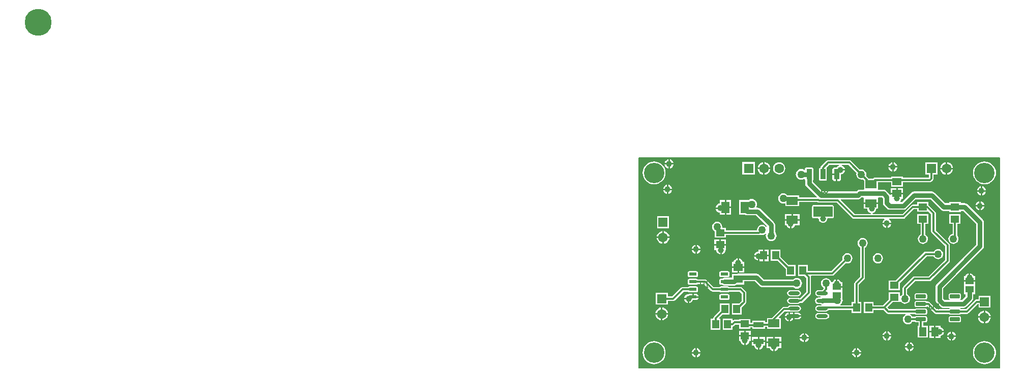
<source format=gtl>
G04 Layer_Physical_Order=1*
G04 Layer_Color=255*
%FSLAX25Y25*%
%MOIN*%
G70*
G01*
G75*
%ADD10R,0.05118X0.06102*%
%ADD11R,0.06102X0.05118*%
G04:AMPARAMS|DCode=12|XSize=25.59mil|YSize=64.96mil|CornerRadius=1.92mil|HoleSize=0mil|Usage=FLASHONLY|Rotation=90.000|XOffset=0mil|YOffset=0mil|HoleType=Round|Shape=RoundedRectangle|*
%AMROUNDEDRECTD12*
21,1,0.02559,0.06112,0,0,90.0*
21,1,0.02175,0.06496,0,0,90.0*
1,1,0.00384,0.03056,0.01088*
1,1,0.00384,0.03056,-0.01088*
1,1,0.00384,-0.03056,-0.01088*
1,1,0.00384,-0.03056,0.01088*
%
%ADD12ROUNDEDRECTD12*%
%ADD13R,0.07480X0.05315*%
%ADD14R,0.05315X0.07480*%
G04:AMPARAMS|DCode=15|XSize=21.65mil|YSize=49.21mil|CornerRadius=1.95mil|HoleSize=0mil|Usage=FLASHONLY|Rotation=90.000|XOffset=0mil|YOffset=0mil|HoleType=Round|Shape=RoundedRectangle|*
%AMROUNDEDRECTD15*
21,1,0.02165,0.04532,0,0,90.0*
21,1,0.01776,0.04921,0,0,90.0*
1,1,0.00390,0.02266,0.00888*
1,1,0.00390,0.02266,-0.00888*
1,1,0.00390,-0.02266,-0.00888*
1,1,0.00390,-0.02266,0.00888*
%
%ADD15ROUNDEDRECTD15*%
G04:AMPARAMS|DCode=16|XSize=35.43mil|YSize=68.9mil|CornerRadius=1.95mil|HoleSize=0mil|Usage=FLASHONLY|Rotation=0.000|XOffset=0mil|YOffset=0mil|HoleType=Round|Shape=RoundedRectangle|*
%AMROUNDEDRECTD16*
21,1,0.03543,0.06500,0,0,0.0*
21,1,0.03154,0.06890,0,0,0.0*
1,1,0.00390,0.01577,-0.03250*
1,1,0.00390,-0.01577,-0.03250*
1,1,0.00390,-0.01577,0.03250*
1,1,0.00390,0.01577,0.03250*
%
%ADD16ROUNDEDRECTD16*%
G04:AMPARAMS|DCode=17|XSize=125.98mil|YSize=68.9mil|CornerRadius=2.07mil|HoleSize=0mil|Usage=FLASHONLY|Rotation=0.000|XOffset=0mil|YOffset=0mil|HoleType=Round|Shape=RoundedRectangle|*
%AMROUNDEDRECTD17*
21,1,0.12598,0.06476,0,0,0.0*
21,1,0.12185,0.06890,0,0,0.0*
1,1,0.00413,0.06093,-0.03238*
1,1,0.00413,-0.06093,-0.03238*
1,1,0.00413,-0.06093,0.03238*
1,1,0.00413,0.06093,0.03238*
%
%ADD17ROUNDEDRECTD17*%
%ADD18R,0.04724X0.05709*%
%ADD19R,0.05709X0.04724*%
%ADD20R,0.05315X0.04331*%
%ADD21R,0.06693X0.03740*%
%ADD22O,0.07480X0.02362*%
%ADD23C,0.03000*%
%ADD24C,0.01400*%
%ADD25C,0.00500*%
%ADD26C,0.00591*%
%ADD27C,0.13386*%
%ADD28C,0.17716*%
%ADD29C,0.05000*%
%ADD30R,0.06299X0.06299*%
%ADD31C,0.06299*%
%ADD32R,0.06299X0.06299*%
%ADD33C,0.03937*%
G36*
X236221Y0D02*
X0D01*
Y137795D01*
X236221D01*
Y0D01*
D02*
G37*
%LPC*%
G36*
X18962Y34815D02*
X15342D01*
Y31195D01*
X15926Y31272D01*
X16935Y31690D01*
X17802Y32355D01*
X18467Y33222D01*
X18885Y34232D01*
X18962Y34815D01*
D02*
G37*
G36*
X106258Y33413D02*
X102075D01*
Y31690D01*
X104134D01*
X104985Y31859D01*
X105706Y32341D01*
X106188Y33062D01*
X106258Y33413D01*
D02*
G37*
G36*
X98925Y36235D02*
Y33307D01*
Y30379D01*
X99200Y30415D01*
X99922Y30714D01*
X100542Y31190D01*
X100926Y31690D01*
X101075D01*
Y33913D01*
Y36137D01*
X99350D01*
X99200Y36199D01*
X98925Y36235D01*
D02*
G37*
G36*
X14343Y34815D02*
X10723D01*
X10800Y34232D01*
X11218Y33222D01*
X11883Y32355D01*
X12750Y31690D01*
X13759Y31272D01*
X14343Y31195D01*
Y34815D01*
D02*
G37*
G36*
X97925Y36235D02*
X97650Y36199D01*
X96928Y35900D01*
X96308Y35424D01*
X95832Y34804D01*
X95533Y34082D01*
X95497Y33807D01*
X97925D01*
Y36235D01*
D02*
G37*
G36*
X226878Y37427D02*
Y33807D01*
X230498D01*
X230421Y34390D01*
X230003Y35400D01*
X229338Y36267D01*
X228471Y36932D01*
X227461Y37350D01*
X226878Y37427D01*
D02*
G37*
G36*
X122638Y35933D02*
X117520D01*
X116747Y35780D01*
X116091Y35342D01*
X115654Y34686D01*
X115500Y33913D01*
X115654Y33140D01*
X116091Y32485D01*
X116747Y32047D01*
X117520Y31894D01*
X122638D01*
X123411Y32047D01*
X124066Y32485D01*
X124504Y33140D01*
X124658Y33913D01*
X124504Y34686D01*
X124066Y35342D01*
X123411Y35780D01*
X122638Y35933D01*
D02*
G37*
G36*
X225878Y37427D02*
X225295Y37350D01*
X224285Y36932D01*
X223418Y36267D01*
X222753Y35400D01*
X222335Y34390D01*
X222258Y33807D01*
X225878D01*
Y37427D01*
D02*
G37*
G36*
X97925Y32807D02*
X95497D01*
X95533Y32532D01*
X95832Y31810D01*
X96308Y31190D01*
X96928Y30714D01*
X97650Y30415D01*
X97925Y30379D01*
Y32807D01*
D02*
G37*
G36*
X193398Y27673D02*
X190339D01*
Y24122D01*
X193398D01*
Y27673D01*
D02*
G37*
G36*
X59265Y42040D02*
X52940D01*
Y37387D01*
X49115Y33562D01*
X48784Y33066D01*
X48667Y32480D01*
Y32198D01*
X47035D01*
Y24889D01*
X53359D01*
Y32198D01*
X52730D01*
X52539Y32660D01*
X54611Y34732D01*
X59265D01*
Y42040D01*
D02*
G37*
G36*
X162902Y23822D02*
Y21394D01*
X165330D01*
X165294Y21669D01*
X164995Y22391D01*
X164519Y23011D01*
X163899Y23487D01*
X163177Y23786D01*
X162902Y23822D01*
D02*
G37*
G36*
X73232Y24256D02*
X69878D01*
Y21394D01*
X73232D01*
Y24256D01*
D02*
G37*
G36*
X210044Y33969D02*
X203932D01*
X203545Y33892D01*
X203217Y33673D01*
X202998Y33345D01*
X202921Y32958D01*
Y30782D01*
X202998Y30395D01*
X203217Y30067D01*
X203545Y29848D01*
X203932Y29771D01*
X210044D01*
X210431Y29848D01*
X210759Y30067D01*
X210979Y30395D01*
X211056Y30782D01*
Y32958D01*
X210979Y33345D01*
X210759Y33673D01*
X210431Y33892D01*
X210044Y33969D01*
D02*
G37*
G36*
X104134Y40933D02*
X99016D01*
X98243Y40780D01*
X97588Y40342D01*
X97321Y39943D01*
X95472D01*
X95472Y39943D01*
X94880D01*
X94295Y39826D01*
X93799Y39495D01*
X87296Y32993D01*
X87026Y32587D01*
X83838D01*
Y29872D01*
X82524D01*
Y31013D01*
X74231D01*
Y29510D01*
X73032D01*
Y31930D01*
X65724D01*
Y31360D01*
X62528D01*
X61942Y31244D01*
X61733Y31104D01*
X61233Y31371D01*
Y32198D01*
X54909D01*
Y24889D01*
X61233D01*
Y27014D01*
X61240D01*
X61825Y27130D01*
X62322Y27462D01*
X63161Y28301D01*
X65724D01*
Y25605D01*
X73032D01*
Y26451D01*
X74231D01*
Y25672D01*
X82524D01*
Y26813D01*
X83838D01*
Y25672D01*
X92918D01*
Y32587D01*
X91870D01*
X91679Y33049D01*
X95513Y36884D01*
X96323D01*
X96323Y36884D01*
X101075D01*
X101122Y36893D01*
X104134D01*
X104907Y37047D01*
X105562Y37485D01*
X106000Y38140D01*
X106154Y38913D01*
X106000Y39686D01*
X105562Y40342D01*
X104907Y40780D01*
X104134Y40933D01*
D02*
G37*
G36*
X225878Y32807D02*
X222258D01*
X222335Y32224D01*
X222753Y31214D01*
X223418Y30348D01*
X224285Y29682D01*
X225295Y29264D01*
X225878Y29188D01*
Y32807D01*
D02*
G37*
G36*
X230498D02*
X226878D01*
Y29188D01*
X227461Y29264D01*
X228471Y29682D01*
X229338Y30348D01*
X230003Y31214D01*
X230421Y32224D01*
X230498Y32807D01*
D02*
G37*
G36*
X37557Y53386D02*
X33026D01*
X32637Y53309D01*
X32308Y53089D01*
X32258Y53014D01*
X28543D01*
X27958Y52897D01*
X27462Y52566D01*
X21741Y46844D01*
X18792D01*
Y49265D01*
X10893D01*
Y41365D01*
X18792D01*
Y43786D01*
X22374D01*
X22959Y43902D01*
X23456Y44234D01*
X29177Y49955D01*
X32258D01*
X32308Y49879D01*
X32637Y49659D01*
X33026Y49582D01*
X37557D01*
X37945Y49659D01*
X38274Y49879D01*
X38494Y50208D01*
X38571Y50596D01*
Y52372D01*
X38494Y52760D01*
X38274Y53089D01*
X37945Y53309D01*
X37557Y53386D01*
D02*
G37*
G36*
X76870Y61801D02*
X64961D01*
X64101Y61630D01*
X60909D01*
Y59033D01*
X55961D01*
X54985Y58839D01*
X54613Y58590D01*
X53695D01*
X53229Y58498D01*
X52833Y58233D01*
X52569Y57838D01*
X52477Y57372D01*
Y55597D01*
X52569Y55130D01*
X52833Y54735D01*
X53229Y54471D01*
X53695Y54378D01*
X54613D01*
X54985Y54129D01*
X55961Y53935D01*
X62193D01*
X63168Y54129D01*
X63741Y54512D01*
X69012D01*
Y56703D01*
X75814D01*
X78906Y53611D01*
X79733Y53058D01*
X80709Y52864D01*
X100919D01*
X101581Y52356D01*
X102433Y52004D01*
X103347Y51883D01*
X104260Y52004D01*
X105112Y52356D01*
X105843Y52917D01*
X106404Y53648D01*
X106756Y54500D01*
X106877Y55413D01*
X106756Y56327D01*
X106404Y57178D01*
X105843Y57910D01*
X105112Y58471D01*
X104260Y58823D01*
X103347Y58944D01*
X102433Y58823D01*
X101581Y58471D01*
X100919Y57962D01*
X81765D01*
X78672Y61054D01*
X77846Y61607D01*
X76870Y61801D01*
D02*
G37*
G36*
X104134Y50933D02*
X99016D01*
X98243Y50779D01*
X97588Y50342D01*
X97150Y49686D01*
X96996Y48913D01*
X97150Y48140D01*
X97588Y47485D01*
X98243Y47047D01*
X99016Y46894D01*
X104134D01*
X104907Y47047D01*
X105562Y47485D01*
X106000Y48140D01*
X106154Y48913D01*
X106000Y49686D01*
X105562Y50342D01*
X104907Y50779D01*
X104134Y50933D01*
D02*
G37*
G36*
X37557Y48590D02*
X35791D01*
Y46984D01*
X38775D01*
Y47372D01*
X38683Y47838D01*
X38418Y48234D01*
X38023Y48498D01*
X37557Y48590D01*
D02*
G37*
G36*
X58226Y63386D02*
X53695D01*
X53307Y63309D01*
X52978Y63089D01*
X52758Y62760D01*
X52680Y62372D01*
Y60597D01*
X52758Y60208D01*
X52978Y59879D01*
X53307Y59659D01*
X53695Y59582D01*
X58226D01*
X58614Y59659D01*
X58944Y59879D01*
X59163Y60208D01*
X59241Y60597D01*
Y62372D01*
X59163Y62760D01*
X58944Y63089D01*
X58614Y63309D01*
X58226Y63386D01*
D02*
G37*
G36*
X92729Y77473D02*
X86405D01*
Y70165D01*
X91058D01*
X96247Y64976D01*
Y60322D01*
X102572D01*
Y67631D01*
X97918D01*
X92729Y72820D01*
Y77473D01*
D02*
G37*
G36*
X217035Y61983D02*
Y59055D01*
X216035D01*
Y61983D01*
X215760Y61947D01*
X215038Y61648D01*
X214418Y61172D01*
X213943Y60552D01*
X213737Y60055D01*
X212878D01*
Y57390D01*
X220193D01*
Y60055D01*
X219334D01*
X219128Y60552D01*
X218653Y61172D01*
X218033Y61648D01*
X217310Y61947D01*
X217035Y61983D01*
D02*
G37*
G36*
X37557Y63386D02*
X33026D01*
X32637Y63309D01*
X32308Y63089D01*
X32088Y62760D01*
X32011Y62372D01*
Y60597D01*
X32088Y60208D01*
X32308Y59879D01*
X32637Y59659D01*
X33026Y59582D01*
X37557D01*
X37945Y59659D01*
X38274Y59879D01*
X38494Y60208D01*
X38571Y60597D01*
Y62372D01*
X38494Y62760D01*
X38274Y63089D01*
X37945Y63309D01*
X37557Y63386D01*
D02*
G37*
G36*
X187800Y48969D02*
X181688D01*
X181301Y48892D01*
X180973Y48673D01*
X180754Y48345D01*
X180677Y47958D01*
Y45783D01*
X180754Y45395D01*
X180973Y45067D01*
X181301Y44848D01*
X181688Y44771D01*
X187800D01*
X188187Y44848D01*
X188515Y45067D01*
X188735Y45395D01*
X188812Y45783D01*
Y47958D01*
X188735Y48345D01*
X188515Y48673D01*
X188187Y48892D01*
X187800Y48969D01*
D02*
G37*
G36*
X14343Y39435D02*
X13759Y39358D01*
X12750Y38940D01*
X11883Y38274D01*
X11218Y37408D01*
X10800Y36398D01*
X10723Y35815D01*
X14343D01*
Y39435D01*
D02*
G37*
G36*
X15342D02*
Y35815D01*
X18962D01*
X18885Y36398D01*
X18467Y37408D01*
X17802Y38274D01*
X16935Y38940D01*
X15926Y39358D01*
X15342Y39435D01*
D02*
G37*
G36*
X104134Y36137D02*
X102075D01*
Y34413D01*
X106258D01*
X106188Y34764D01*
X105706Y35486D01*
X104985Y35968D01*
X104134Y36137D01*
D02*
G37*
G36*
X37557Y58386D02*
X33026D01*
X32637Y58309D01*
X32308Y58089D01*
X32088Y57760D01*
X32011Y57372D01*
Y55597D01*
X32088Y55208D01*
X32308Y54879D01*
X32637Y54659D01*
X33026Y54582D01*
X37557D01*
X37945Y54659D01*
X38274Y54879D01*
X38325Y54955D01*
X42492D01*
X47045Y50403D01*
X47541Y50071D01*
X48126Y49955D01*
X52927D01*
X52978Y49879D01*
X53307Y49659D01*
X53695Y49582D01*
X58226D01*
X58614Y49659D01*
X58944Y49879D01*
X58994Y49955D01*
X65992D01*
X67368Y48579D01*
Y43941D01*
X65468Y42040D01*
X60814D01*
Y34732D01*
X67139D01*
Y39385D01*
X69979Y42226D01*
X70311Y42722D01*
X70427Y43307D01*
Y49213D01*
X70311Y49798D01*
X69979Y50294D01*
X67707Y52566D01*
X67211Y52897D01*
X66626Y53014D01*
X58994D01*
X58944Y53089D01*
X58614Y53309D01*
X58226Y53386D01*
X53695D01*
X53307Y53309D01*
X52978Y53089D01*
X52927Y53014D01*
X48759D01*
X44207Y57566D01*
X43711Y57897D01*
X43126Y58014D01*
X38325D01*
X38274Y58089D01*
X37945Y58309D01*
X37557Y58386D01*
D02*
G37*
G36*
X34791Y48590D02*
X33026D01*
X32559Y48498D01*
X32227Y48276D01*
X31705Y48207D01*
X30983Y47908D01*
X30363Y47432D01*
X29887Y46812D01*
X29588Y46090D01*
X29552Y45815D01*
X32480D01*
Y45315D01*
X32980D01*
Y42387D01*
X33255Y42423D01*
X33977Y42722D01*
X34598Y43198D01*
X35073Y43818D01*
X35305Y44378D01*
X37557D01*
X38023Y44471D01*
X38418Y44735D01*
X38683Y45130D01*
X38775Y45597D01*
Y45984D01*
X35291D01*
Y46484D01*
X34791D01*
Y48590D01*
D02*
G37*
G36*
X58226Y48386D02*
X53695D01*
X53307Y48309D01*
X52978Y48089D01*
X52758Y47760D01*
X52680Y47372D01*
Y45597D01*
X52758Y45208D01*
X52978Y44879D01*
X53307Y44659D01*
X53695Y44582D01*
X58226D01*
X58614Y44659D01*
X58944Y44879D01*
X59163Y45208D01*
X59241Y45597D01*
Y47372D01*
X59163Y47760D01*
X58944Y48089D01*
X58614Y48309D01*
X58226Y48386D01*
D02*
G37*
G36*
X146496Y85179D02*
X145635Y85065D01*
X144832Y84733D01*
X144142Y84204D01*
X143614Y83515D01*
X143281Y82712D01*
X143168Y81850D01*
X143281Y80989D01*
X143614Y80186D01*
X144142Y79497D01*
X144832Y78968D01*
X144967Y78912D01*
Y59689D01*
X141478Y56200D01*
X141146Y55703D01*
X141030Y55118D01*
Y43024D01*
X139397D01*
Y40900D01*
X132071D01*
X131902Y41399D01*
X132417Y41795D01*
X132978Y42526D01*
X133331Y43378D01*
X133451Y44291D01*
X133331Y45205D01*
X133232Y45443D01*
Y50004D01*
Y52669D01*
X129575D01*
Y53669D01*
X133232D01*
Y56335D01*
X132284D01*
X132168Y56615D01*
X131692Y57235D01*
X131072Y57711D01*
X130350Y58010D01*
X130075Y58046D01*
Y55118D01*
X129075D01*
Y58046D01*
X128800Y58010D01*
X128078Y57711D01*
X127458Y57235D01*
X126982Y56615D01*
X126866Y56335D01*
X125917Y56335D01*
X125611Y56708D01*
X125457Y57078D01*
X124928Y57767D01*
X124239Y58296D01*
X123436Y58628D01*
X122575Y58742D01*
X121713Y58628D01*
X120911Y58296D01*
X120221Y57767D01*
X119692Y57078D01*
X119360Y56275D01*
X119246Y55413D01*
X119360Y54552D01*
X119692Y53749D01*
X120221Y53060D01*
X120911Y52531D01*
X120963Y52509D01*
X121016Y52013D01*
X119936Y50933D01*
X117520D01*
X116747Y50779D01*
X116091Y50342D01*
X115654Y49686D01*
X115500Y48913D01*
X115654Y48140D01*
X116091Y47485D01*
X116747Y47047D01*
X117520Y46894D01*
X118847D01*
X118999Y46413D01*
X118716Y46137D01*
X117520D01*
X116669Y45968D01*
X115947Y45486D01*
X115465Y44764D01*
X115296Y43913D01*
X115465Y43062D01*
X115947Y42341D01*
X116669Y41859D01*
X117520Y41690D01*
X118907D01*
X119103Y41558D01*
X119732Y41433D01*
X119683Y40933D01*
X117520D01*
X116747Y40780D01*
X116091Y40342D01*
X115654Y39686D01*
X115500Y38913D01*
X115654Y38140D01*
X116091Y37485D01*
X116747Y37047D01*
X117520Y36893D01*
X122638D01*
X123411Y37047D01*
X124066Y37485D01*
X124304Y37841D01*
X139397D01*
Y35716D01*
X145721D01*
Y43024D01*
X144088D01*
Y54485D01*
X147578Y57974D01*
X147909Y58470D01*
X148026Y59055D01*
Y78912D01*
X148160Y78968D01*
X148850Y79497D01*
X149379Y80186D01*
X149711Y80989D01*
X149825Y81850D01*
X149711Y82712D01*
X149379Y83515D01*
X148850Y84204D01*
X148160Y84733D01*
X147357Y85065D01*
X146496Y85179D01*
D02*
G37*
G36*
X31980Y44815D02*
X29552D01*
X29588Y44540D01*
X29887Y43818D01*
X30363Y43198D01*
X30983Y42722D01*
X31705Y42423D01*
X31980Y42387D01*
Y44815D01*
D02*
G37*
G36*
X161902Y23822D02*
X161627Y23786D01*
X160905Y23487D01*
X160284Y23011D01*
X159809Y22391D01*
X159510Y21669D01*
X159473Y21394D01*
X161902D01*
Y23822D01*
D02*
G37*
G36*
X176665Y13280D02*
X174237D01*
X174273Y13005D01*
X174572Y12282D01*
X175048Y11662D01*
X175668Y11186D01*
X176390Y10887D01*
X176665Y10851D01*
Y13280D01*
D02*
G37*
G36*
X180094D02*
X177665D01*
Y10851D01*
X177940Y10887D01*
X178662Y11186D01*
X179282Y11662D01*
X179758Y12282D01*
X180057Y13005D01*
X180094Y13280D01*
D02*
G37*
G36*
X143059Y12771D02*
Y10343D01*
X145487D01*
X145451Y10617D01*
X145152Y11340D01*
X144676Y11960D01*
X144056Y12436D01*
X143334Y12735D01*
X143059Y12771D01*
D02*
G37*
G36*
X93118Y16032D02*
X88378D01*
X83638D01*
Y12874D01*
X85540D01*
X85785Y12282D01*
X86261Y11662D01*
X86881Y11186D01*
X87603Y10887D01*
X87878Y10851D01*
Y13780D01*
X88878D01*
Y10851D01*
X89153Y10887D01*
X89875Y11186D01*
X90495Y11662D01*
X90971Y12282D01*
X91216Y12874D01*
X93118D01*
Y16032D01*
D02*
G37*
G36*
X177665Y16708D02*
Y14279D01*
X180094D01*
X180057Y14555D01*
X179758Y15277D01*
X179282Y15897D01*
X178662Y16373D01*
X177940Y16672D01*
X177665Y16708D01*
D02*
G37*
G36*
X73232Y20394D02*
X69378D01*
X65524D01*
Y17531D01*
X66408D01*
X66486Y16942D01*
X66785Y16219D01*
X67261Y15599D01*
X67881Y15124D01*
X68603Y14824D01*
X68878Y14788D01*
Y17717D01*
X69878D01*
Y14788D01*
X70153Y14824D01*
X70875Y15124D01*
X71495Y15599D01*
X71971Y16219D01*
X72270Y16942D01*
X72348Y17531D01*
X73232D01*
Y20394D01*
D02*
G37*
G36*
X82724Y16819D02*
X78378D01*
X74032D01*
Y14449D01*
X75425D01*
X75486Y13989D01*
X75785Y13267D01*
X76261Y12647D01*
X76881Y12171D01*
X77603Y11872D01*
X77878Y11835D01*
Y14764D01*
X78878D01*
Y11835D01*
X79153Y11872D01*
X79875Y12171D01*
X80495Y12647D01*
X80971Y13267D01*
X81270Y13989D01*
X81331Y14449D01*
X82724D01*
Y16819D01*
D02*
G37*
G36*
X176665Y16708D02*
X176390Y16672D01*
X175668Y16373D01*
X175048Y15897D01*
X174572Y15277D01*
X174273Y14555D01*
X174237Y14279D01*
X176665D01*
Y16708D01*
D02*
G37*
G36*
X142059Y12771D02*
X141784Y12735D01*
X141062Y12436D01*
X140442Y11960D01*
X139966Y11340D01*
X139667Y10617D01*
X139631Y10343D01*
X142059D01*
Y12771D01*
D02*
G37*
G36*
X36902Y9342D02*
X34473D01*
X34510Y9068D01*
X34809Y8345D01*
X35284Y7725D01*
X35904Y7249D01*
X36627Y6950D01*
X36902Y6914D01*
Y9342D01*
D02*
G37*
G36*
X40330D02*
X37902D01*
Y6914D01*
X38177Y6950D01*
X38899Y7249D01*
X39519Y7725D01*
X39994Y8345D01*
X40294Y9068D01*
X40330Y9342D01*
D02*
G37*
G36*
X9843Y17372D02*
X8374Y17227D01*
X6961Y16799D01*
X5660Y16103D01*
X4519Y15166D01*
X3582Y14026D01*
X2887Y12724D01*
X2458Y11311D01*
X2313Y9843D01*
X2458Y8374D01*
X2887Y6961D01*
X3582Y5660D01*
X4519Y4519D01*
X5660Y3582D01*
X6961Y2887D01*
X8374Y2458D01*
X9843Y2313D01*
X11311Y2458D01*
X12724Y2887D01*
X14026Y3582D01*
X15166Y4519D01*
X16103Y5660D01*
X16799Y6961D01*
X17227Y8374D01*
X17372Y9843D01*
X17227Y11311D01*
X16799Y12724D01*
X16103Y14026D01*
X15166Y15166D01*
X14026Y16103D01*
X12724Y16799D01*
X11311Y17227D01*
X9843Y17372D01*
D02*
G37*
G36*
X226378D02*
X224909Y17227D01*
X223497Y16799D01*
X222195Y16103D01*
X221054Y15166D01*
X220118Y14026D01*
X219422Y12724D01*
X218993Y11311D01*
X218849Y9843D01*
X218993Y8374D01*
X219422Y6961D01*
X220118Y5660D01*
X221054Y4519D01*
X222195Y3582D01*
X223497Y2887D01*
X224909Y2458D01*
X226378Y2313D01*
X227847Y2458D01*
X229259Y2887D01*
X230561Y3582D01*
X231702Y4519D01*
X232638Y5660D01*
X233334Y6961D01*
X233762Y8374D01*
X233907Y9843D01*
X233762Y11311D01*
X233334Y12724D01*
X232638Y14026D01*
X231702Y15166D01*
X230561Y16103D01*
X229259Y16799D01*
X227847Y17227D01*
X226378Y17372D01*
D02*
G37*
G36*
X36902Y12771D02*
X36627Y12735D01*
X35904Y12436D01*
X35284Y11960D01*
X34809Y11340D01*
X34510Y10617D01*
X34473Y10343D01*
X36902D01*
Y12771D01*
D02*
G37*
G36*
X37902D02*
Y10343D01*
X40330D01*
X40294Y10617D01*
X39994Y11340D01*
X39519Y11960D01*
X38899Y12436D01*
X38177Y12735D01*
X37902Y12771D01*
D02*
G37*
G36*
X142059Y9342D02*
X139631D01*
X139667Y9068D01*
X139966Y8345D01*
X140442Y7725D01*
X141062Y7249D01*
X141784Y6950D01*
X142059Y6914D01*
Y9342D01*
D02*
G37*
G36*
X145487D02*
X143059D01*
Y6914D01*
X143334Y6950D01*
X144056Y7249D01*
X144676Y7725D01*
X145152Y8345D01*
X145451Y9068D01*
X145487Y9342D01*
D02*
G37*
G36*
X197457Y27673D02*
X194398D01*
Y23622D01*
Y19571D01*
X197457D01*
Y20708D01*
X197625Y20730D01*
X198347Y21029D01*
X198968Y21505D01*
X199443Y22125D01*
X199742Y22847D01*
X199779Y23122D01*
X196850D01*
Y24122D01*
X199779D01*
X199742Y24397D01*
X199443Y25119D01*
X198968Y25739D01*
X198347Y26215D01*
X197625Y26514D01*
X197457Y26536D01*
Y27673D01*
D02*
G37*
G36*
X107768Y22613D02*
X107493Y22577D01*
X106771Y22278D01*
X106151Y21802D01*
X105675Y21182D01*
X105376Y20460D01*
X105339Y20185D01*
X107768D01*
Y22613D01*
D02*
G37*
G36*
X165330Y20394D02*
X162902D01*
Y17965D01*
X163177Y18002D01*
X163899Y18301D01*
X164519Y18777D01*
X164995Y19397D01*
X165294Y20119D01*
X165330Y20394D01*
D02*
G37*
G36*
X193398Y23122D02*
X190339D01*
Y19571D01*
X193398D01*
Y23122D01*
D02*
G37*
G36*
X205224Y23598D02*
Y21169D01*
X207653D01*
X207616Y21444D01*
X207317Y22166D01*
X206842Y22786D01*
X206222Y23262D01*
X205499Y23561D01*
X205224Y23598D01*
D02*
G37*
G36*
X68878Y24256D02*
X65524D01*
Y21394D01*
X68878D01*
Y24256D01*
D02*
G37*
G36*
X108768Y22613D02*
Y20185D01*
X111196D01*
X111160Y20460D01*
X110861Y21182D01*
X110385Y21802D01*
X109765Y22278D01*
X109043Y22577D01*
X108768Y22613D01*
D02*
G37*
G36*
X204224Y23598D02*
X203949Y23561D01*
X203227Y23262D01*
X202607Y22786D01*
X202131Y22166D01*
X201832Y21444D01*
X201796Y21169D01*
X204224D01*
Y23598D01*
D02*
G37*
G36*
X161902Y20394D02*
X159473D01*
X159510Y20119D01*
X159809Y19397D01*
X160284Y18777D01*
X160905Y18301D01*
X161627Y18002D01*
X161902Y17965D01*
Y20394D01*
D02*
G37*
G36*
X87878Y20189D02*
X83638D01*
Y17031D01*
X87878D01*
Y20189D01*
D02*
G37*
G36*
X93118D02*
X88878D01*
Y17031D01*
X93118D01*
Y20189D01*
D02*
G37*
G36*
X107768Y19185D02*
X105339D01*
X105376Y18910D01*
X105675Y18188D01*
X106151Y17568D01*
X106771Y17092D01*
X107493Y16793D01*
X107768Y16757D01*
Y19185D01*
D02*
G37*
G36*
X111196D02*
X108768D01*
Y16757D01*
X109043Y16793D01*
X109765Y17092D01*
X110385Y17568D01*
X110861Y18188D01*
X111160Y18910D01*
X111196Y19185D01*
D02*
G37*
G36*
X77878Y20189D02*
X74032D01*
Y17819D01*
X77878D01*
Y20189D01*
D02*
G37*
G36*
X82724D02*
X78878D01*
Y17819D01*
X82724D01*
Y20189D01*
D02*
G37*
G36*
X204224Y20169D02*
X201796D01*
X201832Y19894D01*
X202131Y19172D01*
X202607Y18552D01*
X203227Y18076D01*
X203949Y17777D01*
X204224Y17741D01*
Y20169D01*
D02*
G37*
G36*
X207653D02*
X205224D01*
Y17741D01*
X205499Y17777D01*
X206222Y18076D01*
X206842Y18552D01*
X207317Y19172D01*
X207616Y19894D01*
X207653Y20169D01*
D02*
G37*
G36*
X224909Y119070D02*
Y116642D01*
X227338D01*
X227302Y116917D01*
X227002Y117639D01*
X226527Y118259D01*
X225906Y118735D01*
X225184Y119034D01*
X224909Y119070D01*
D02*
G37*
G36*
X18201Y120054D02*
X17926Y120018D01*
X17204Y119719D01*
X16584Y119243D01*
X16108Y118623D01*
X15809Y117901D01*
X15773Y117626D01*
X18201D01*
Y120054D01*
D02*
G37*
G36*
X137799Y136344D02*
X124000D01*
X123415Y136228D01*
X122919Y135896D01*
X119419Y132396D01*
X119087Y131900D01*
X118984Y131383D01*
X118923D01*
X118535Y131305D01*
X118206Y131085D01*
X117986Y130756D01*
X117909Y130368D01*
Y123868D01*
X117986Y123480D01*
X118206Y123151D01*
X118535Y122931D01*
X118923Y122854D01*
X122077D01*
X122465Y122931D01*
X122794Y123151D01*
X123014Y123480D01*
X123091Y123868D01*
Y130368D01*
X123014Y130756D01*
X122794Y131085D01*
X122762Y131414D01*
X124634Y133286D01*
X131009D01*
X131115Y132813D01*
X130393Y132514D01*
X129773Y132038D01*
X129426Y131586D01*
X127978D01*
X127512Y131494D01*
X127117Y131230D01*
X126853Y130834D01*
X126760Y130368D01*
Y127618D01*
X129555D01*
Y127118D01*
X130055D01*
Y122650D01*
X131132D01*
X131598Y122743D01*
X131993Y123007D01*
X132257Y123402D01*
X132350Y123868D01*
Y126988D01*
X132665Y127029D01*
X133387Y127328D01*
X134007Y127804D01*
X134483Y128424D01*
X134782Y129146D01*
X134818Y129421D01*
X131890D01*
Y130421D01*
X134818D01*
X134782Y130696D01*
X134483Y131418D01*
X134007Y132038D01*
X133387Y132514D01*
X132665Y132813D01*
X132771Y133286D01*
X137166D01*
X142503Y127948D01*
X142454Y127830D01*
X142341Y126969D01*
X142454Y126107D01*
X142787Y125304D01*
X143316Y124615D01*
X144005Y124086D01*
X144808Y123753D01*
X145669Y123640D01*
X146531Y123753D01*
X146649Y123802D01*
X147460Y122991D01*
Y117427D01*
X147460Y117157D01*
X147055Y116927D01*
X144685D01*
X143710Y116733D01*
X142883Y116180D01*
X142440Y115738D01*
X120150D01*
X113994Y121894D01*
Y123172D01*
X114147Y123402D01*
X114240Y123868D01*
Y130368D01*
X114147Y130834D01*
X113883Y131230D01*
X113488Y131494D01*
X113022Y131586D01*
X109868D01*
X109402Y131494D01*
X109007Y131230D01*
X108743Y130834D01*
X108650Y130368D01*
Y130142D01*
X108201Y129921D01*
X108064Y130026D01*
X107213Y130378D01*
X106299Y130499D01*
X105385Y130378D01*
X104534Y130026D01*
X103803Y129465D01*
X103242Y128734D01*
X102889Y127882D01*
X102849Y127576D01*
X102719Y126921D01*
X102886Y126081D01*
X102889Y126055D01*
X102893Y126047D01*
X102913Y125946D01*
X102970Y125860D01*
X103242Y125203D01*
X103803Y124472D01*
X104534Y123911D01*
X105385Y123559D01*
X106299Y123438D01*
X107213Y123559D01*
X108064Y123911D01*
X108210Y124023D01*
X108674Y123749D01*
X108743Y123402D01*
X108896Y123172D01*
Y120839D01*
X109090Y119863D01*
X109643Y119036D01*
X116451Y112227D01*
X116260Y111766D01*
X104934D01*
Y113103D01*
X97203D01*
X96842Y113574D01*
X96152Y114103D01*
X95350Y114436D01*
X94488Y114549D01*
X93627Y114436D01*
X92824Y114103D01*
X92135Y113574D01*
X91606Y112885D01*
X91273Y112082D01*
X91160Y111221D01*
X91273Y110359D01*
X91606Y109556D01*
X92135Y108867D01*
X92824Y108338D01*
X93627Y108005D01*
X94488Y107892D01*
X95350Y108005D01*
X95438Y108042D01*
X95854Y107764D01*
Y106188D01*
X104934D01*
Y108707D01*
X116988D01*
X117184Y108576D01*
X117769Y108460D01*
X129535D01*
X139667Y98328D01*
X140163Y97996D01*
X140748Y97880D01*
X160712D01*
X160847Y97556D01*
X160853Y97380D01*
X160284Y96944D01*
X159809Y96324D01*
X159510Y95602D01*
X159473Y95327D01*
X165330D01*
X165294Y95602D01*
X164995Y96324D01*
X164519Y96944D01*
X163950Y97380D01*
X163956Y97556D01*
X164092Y97880D01*
X173228D01*
X173814Y97996D01*
X174310Y98328D01*
X180008Y104026D01*
X182369D01*
Y102393D01*
X189678D01*
X189678Y102393D01*
Y102393D01*
X190093Y102185D01*
X191384Y100894D01*
Y89567D01*
X191500Y88982D01*
X191832Y88485D01*
X200585Y79733D01*
Y70858D01*
X189670Y59943D01*
X180461D01*
X179875Y59826D01*
X179379Y59495D01*
X173131Y53247D01*
X172800Y52751D01*
X172683Y52165D01*
Y48253D01*
X172548Y48197D01*
X171859Y47668D01*
X171477Y47171D01*
X170977Y47341D01*
Y49422D01*
X163669D01*
Y44768D01*
X159800Y40900D01*
X153595D01*
Y43024D01*
X147271D01*
Y35716D01*
X153595D01*
Y37841D01*
X160174D01*
X162226Y35789D01*
X162722Y35457D01*
X163307Y35341D01*
X174630D01*
X174729Y34841D01*
X174517Y34753D01*
X173828Y34224D01*
X173299Y33534D01*
X172966Y32732D01*
X172853Y31870D01*
X172966Y31009D01*
X173299Y30206D01*
X173828Y29517D01*
X174517Y28988D01*
X175320Y28655D01*
X176181Y28542D01*
X177043Y28655D01*
X177845Y28988D01*
X178535Y29517D01*
X179064Y30206D01*
X179120Y30341D01*
X180790D01*
X180973Y30067D01*
X181301Y29848D01*
X181688Y29771D01*
X183215D01*
Y27473D01*
X182665D01*
Y19771D01*
X189383D01*
Y27473D01*
X186274D01*
Y29771D01*
X187800D01*
X188187Y29848D01*
X188515Y30067D01*
X188735Y30395D01*
X188812Y30782D01*
Y32958D01*
X188735Y33345D01*
X188515Y33673D01*
X188187Y33892D01*
X187800Y33969D01*
X181688D01*
X181301Y33892D01*
X180973Y33673D01*
X180790Y33400D01*
X179120D01*
X179064Y33534D01*
X178535Y34224D01*
X177845Y34753D01*
X177633Y34841D01*
X177732Y35341D01*
X180790D01*
X180973Y35067D01*
X181301Y34848D01*
X181688Y34771D01*
X187800D01*
X188187Y34848D01*
X188515Y35067D01*
X188735Y35395D01*
X188812Y35783D01*
Y37958D01*
X188735Y38345D01*
X188515Y38673D01*
X188187Y38892D01*
X187800Y38969D01*
X181688D01*
X181301Y38892D01*
X180973Y38673D01*
X180790Y38399D01*
X163941D01*
X162783Y39557D01*
X166323Y43098D01*
X170977D01*
Y43289D01*
X171477Y43459D01*
X171859Y42961D01*
X172548Y42432D01*
X173351Y42100D01*
X174213Y41987D01*
X175074Y42100D01*
X175877Y42432D01*
X176566Y42961D01*
X177095Y43651D01*
X177428Y44453D01*
X177541Y45315D01*
X177428Y46176D01*
X177095Y46979D01*
X176566Y47668D01*
X175877Y48197D01*
X175742Y48253D01*
Y51532D01*
X181094Y56884D01*
X190303D01*
X190888Y57000D01*
X191385Y57332D01*
X203196Y69143D01*
X203527Y69639D01*
X203644Y70224D01*
Y80366D01*
X203527Y80951D01*
X203196Y81448D01*
X194443Y90200D01*
Y101528D01*
X194326Y102113D01*
X193995Y102609D01*
X189967Y106637D01*
X189678Y106830D01*
Y108717D01*
X182369D01*
Y107085D01*
X179374D01*
X178789Y106968D01*
X178293Y106637D01*
X172595Y100939D01*
X153100D01*
X153067Y101439D01*
X153275Y101466D01*
X153997Y101765D01*
X154617Y102241D01*
X155093Y102861D01*
X155392Y103583D01*
X155494Y104358D01*
X156740D01*
Y107516D01*
X152000D01*
X147260D01*
Y104358D01*
X149506D01*
X149608Y103583D01*
X149907Y102861D01*
X150383Y102241D01*
X151003Y101765D01*
X151725Y101466D01*
X151933Y101439D01*
X151900Y100939D01*
X141382D01*
X132142Y110178D01*
X132334Y110640D01*
X143496D01*
X144472Y110834D01*
X145299Y111387D01*
X145741Y111829D01*
X146824D01*
X147260Y111673D01*
X147260Y111329D01*
Y108516D01*
X152000D01*
X156740D01*
Y111329D01*
X156740Y111673D01*
X157176Y111829D01*
X159172D01*
X159853Y111149D01*
Y108268D01*
X160047Y107292D01*
X160599Y106465D01*
X162568Y104497D01*
X163395Y103944D01*
X164370Y103750D01*
X173228D01*
X174204Y103944D01*
X175031Y104497D01*
X181174Y110640D01*
X190873D01*
X197761Y103753D01*
X198588Y103200D01*
X199563Y103006D01*
X203134D01*
Y102193D01*
X210842D01*
Y103006D01*
X212287D01*
X220876Y94417D01*
Y80780D01*
X195048Y54952D01*
X194495Y54125D01*
X194301Y53150D01*
Y44291D01*
X194495Y43316D01*
X195048Y42489D01*
X197469Y40068D01*
X198296Y39515D01*
X199272Y39321D01*
X203334D01*
X203439Y38821D01*
X203217Y38673D01*
X203034Y38399D01*
X195063D01*
X190511Y42952D01*
X190014Y43283D01*
X189429Y43400D01*
X188698D01*
X188515Y43673D01*
X188187Y43892D01*
X187800Y43969D01*
X181688D01*
X181301Y43892D01*
X180973Y43673D01*
X180754Y43345D01*
X180677Y42958D01*
Y40782D01*
X180754Y40395D01*
X180973Y40067D01*
X181301Y39848D01*
X181688Y39771D01*
X187800D01*
X188187Y39848D01*
X188515Y40067D01*
X189098Y40039D01*
X193348Y35789D01*
X193844Y35457D01*
X194429Y35341D01*
X203034D01*
X203217Y35067D01*
X203545Y34848D01*
X203932Y34771D01*
X210044D01*
X210431Y34848D01*
X210759Y35067D01*
X210942Y35341D01*
X214825D01*
X215411Y35457D01*
X215907Y35789D01*
X221896Y41778D01*
X222428D01*
Y39358D01*
X230328D01*
Y47257D01*
X222428D01*
Y44837D01*
X221262D01*
X220677Y44720D01*
X220181Y44388D01*
X214192Y38399D01*
X210942D01*
X210759Y38673D01*
X210538Y38821D01*
X210642Y39321D01*
X212709D01*
X213684Y39515D01*
X214511Y40068D01*
X218338Y43894D01*
X218890Y44721D01*
X219084Y45697D01*
Y48213D01*
X220193D01*
Y53724D01*
Y56390D01*
X212878D01*
Y53724D01*
Y48213D01*
X213986D01*
Y46753D01*
X211653Y44419D01*
X210642D01*
X210538Y44919D01*
X210759Y45067D01*
X210979Y45395D01*
X211056Y45783D01*
Y47958D01*
X210979Y48345D01*
X210759Y48673D01*
X210431Y48892D01*
X210044Y48969D01*
X203932D01*
X203545Y48892D01*
X203217Y48673D01*
X202998Y48345D01*
X202921Y47958D01*
Y45783D01*
X202998Y45395D01*
X203217Y45067D01*
X203439Y44919D01*
X203334Y44419D01*
X200327D01*
X199399Y45347D01*
Y52094D01*
X225228Y77922D01*
X225780Y78749D01*
X225974Y79724D01*
Y95472D01*
X225780Y96448D01*
X225228Y97275D01*
X215145Y107358D01*
X214318Y107910D01*
X213342Y108104D01*
X210842D01*
Y108917D01*
X203134D01*
Y108104D01*
X200619D01*
X193731Y114991D01*
X192905Y115544D01*
X191929Y115738D01*
X180118D01*
X179143Y115544D01*
X178316Y114991D01*
X172172Y108848D01*
X171552D01*
X171305Y109348D01*
X171593Y109723D01*
X171892Y110445D01*
X171941Y110819D01*
X173051D01*
Y113878D01*
X169000D01*
X164949D01*
Y113792D01*
X164449Y113641D01*
X164204Y114007D01*
X162031Y116180D01*
X161204Y116733D01*
X160228Y116927D01*
X156945D01*
X156540Y117157D01*
X156540Y117427D01*
Y121786D01*
X165149D01*
Y118893D01*
X172851D01*
Y121786D01*
X190500D01*
X191085Y121902D01*
X191581Y122233D01*
X192581Y123233D01*
X192913Y123730D01*
X193029Y124315D01*
Y126865D01*
X195450D01*
Y134765D01*
X187550D01*
Y126865D01*
X189971D01*
Y124949D01*
X189866Y124844D01*
X172851D01*
Y125611D01*
X165149D01*
Y124844D01*
X154701D01*
X154115Y124728D01*
X153619Y124396D01*
X153295Y124072D01*
X150705D01*
X148822Y125955D01*
X148884Y126107D01*
X148998Y126969D01*
X148884Y127830D01*
X148552Y128633D01*
X148023Y129322D01*
X147334Y129851D01*
X146531Y130184D01*
X145669Y130297D01*
X144808Y130184D01*
X144656Y130121D01*
X138881Y135896D01*
X138384Y136228D01*
X137799Y136344D01*
D02*
G37*
G36*
X223909Y119070D02*
X223635Y119034D01*
X222912Y118735D01*
X222292Y118259D01*
X221816Y117639D01*
X221517Y116917D01*
X221481Y116642D01*
X223909D01*
Y119070D01*
D02*
G37*
G36*
X226378Y135482D02*
X224909Y135337D01*
X223497Y134909D01*
X222195Y134213D01*
X221054Y133277D01*
X220118Y132136D01*
X219422Y130834D01*
X218993Y129422D01*
X218849Y127953D01*
X218993Y126484D01*
X219422Y125072D01*
X220118Y123770D01*
X221054Y122629D01*
X222195Y121693D01*
X223497Y120997D01*
X224909Y120568D01*
X226378Y120424D01*
X227847Y120568D01*
X229259Y120997D01*
X230561Y121693D01*
X231702Y122629D01*
X232638Y123770D01*
X233334Y125072D01*
X233762Y126484D01*
X233907Y127953D01*
X233762Y129422D01*
X233334Y130834D01*
X232638Y132136D01*
X231702Y133277D01*
X230561Y134213D01*
X229259Y134909D01*
X227847Y135337D01*
X226378Y135482D01*
D02*
G37*
G36*
X129055Y126618D02*
X126760D01*
Y123868D01*
X126853Y123402D01*
X127117Y123007D01*
X127512Y122743D01*
X127978Y122650D01*
X129055D01*
Y126618D01*
D02*
G37*
G36*
X19201Y120054D02*
Y117626D01*
X21629D01*
X21593Y117901D01*
X21294Y118623D01*
X20818Y119243D01*
X20198Y119719D01*
X19476Y120018D01*
X19201Y120054D01*
D02*
G37*
G36*
X9843Y135482D02*
X8374Y135337D01*
X6961Y134909D01*
X5660Y134213D01*
X4519Y133277D01*
X3582Y132136D01*
X2887Y130834D01*
X2458Y129422D01*
X2313Y127953D01*
X2458Y126484D01*
X2887Y125072D01*
X3582Y123770D01*
X4519Y122629D01*
X5660Y121693D01*
X6961Y120997D01*
X8374Y120568D01*
X9843Y120424D01*
X11311Y120568D01*
X12724Y120997D01*
X14026Y121693D01*
X15166Y122629D01*
X16103Y123770D01*
X16799Y125072D01*
X17227Y126484D01*
X17372Y127953D01*
X17227Y129422D01*
X16799Y130834D01*
X16103Y132136D01*
X15166Y133277D01*
X14026Y134213D01*
X12724Y134909D01*
X11311Y135337D01*
X9843Y135482D01*
D02*
G37*
G36*
X173051Y117937D02*
X169500D01*
Y114878D01*
X173051D01*
Y117937D01*
D02*
G37*
G36*
X223925Y109228D02*
Y106799D01*
X226354D01*
X226317Y107074D01*
X226018Y107796D01*
X225542Y108416D01*
X224922Y108892D01*
X224200Y109191D01*
X223925Y109228D01*
D02*
G37*
G36*
X223909Y115642D02*
X221481D01*
X221517Y115367D01*
X221816Y114645D01*
X222292Y114025D01*
X222912Y113549D01*
X223635Y113250D01*
X223909Y113213D01*
Y115642D01*
D02*
G37*
G36*
X60350Y110055D02*
X57193D01*
Y105815D01*
X60350D01*
Y110055D01*
D02*
G37*
G36*
X222925Y109228D02*
X222650Y109191D01*
X221928Y108892D01*
X221308Y108416D01*
X220832Y107796D01*
X220533Y107074D01*
X220497Y106799D01*
X222925D01*
Y109228D01*
D02*
G37*
G36*
X21629Y116626D02*
X19201D01*
Y114198D01*
X19476Y114234D01*
X20198Y114533D01*
X20818Y115009D01*
X21294Y115629D01*
X21593Y116351D01*
X21629Y116626D01*
D02*
G37*
G36*
X168500Y117937D02*
X164949D01*
Y114878D01*
X168500D01*
Y117937D01*
D02*
G37*
G36*
X227338Y115642D02*
X224909D01*
Y113213D01*
X225184Y113250D01*
X225906Y113549D01*
X226527Y114025D01*
X227002Y114645D01*
X227302Y115367D01*
X227338Y115642D01*
D02*
G37*
G36*
X18201Y116626D02*
X15773D01*
X15809Y116351D01*
X16108Y115629D01*
X16584Y115009D01*
X17204Y114533D01*
X17926Y114234D01*
X18201Y114198D01*
Y116626D01*
D02*
G37*
G36*
X201000Y130315D02*
X197380D01*
X197457Y129732D01*
X197875Y128722D01*
X198540Y127855D01*
X199407Y127190D01*
X200417Y126772D01*
X201000Y126695D01*
Y130315D01*
D02*
G37*
G36*
X81350Y135025D02*
X80767Y134948D01*
X79758Y134530D01*
X78891Y133865D01*
X78226Y132998D01*
X77808Y131989D01*
X77731Y131405D01*
X81350D01*
Y135025D01*
D02*
G37*
G36*
X82350D02*
Y131405D01*
X85970D01*
X85893Y131989D01*
X85475Y132998D01*
X84810Y133865D01*
X83943Y134530D01*
X82934Y134948D01*
X82350Y135025D01*
D02*
G37*
G36*
X201000Y134934D02*
X200417Y134858D01*
X199407Y134440D01*
X198540Y133774D01*
X197875Y132908D01*
X197457Y131898D01*
X197380Y131315D01*
X201000D01*
Y134934D01*
D02*
G37*
G36*
X202000D02*
Y131315D01*
X205620D01*
X205543Y131898D01*
X205125Y132908D01*
X204460Y133774D01*
X203593Y134440D01*
X202583Y134858D01*
X202000Y134934D01*
D02*
G37*
G36*
X19185Y136787D02*
X18910Y136750D01*
X18188Y136451D01*
X17568Y135975D01*
X17092Y135355D01*
X16793Y134633D01*
X16757Y134358D01*
X19185D01*
Y136787D01*
D02*
G37*
G36*
X20185D02*
Y134358D01*
X22613D01*
X22577Y134633D01*
X22278Y135355D01*
X21802Y135975D01*
X21182Y136451D01*
X20460Y136750D01*
X20185Y136787D01*
D02*
G37*
G36*
X165839Y134818D02*
X165564Y134782D01*
X164841Y134483D01*
X164221Y134007D01*
X163746Y133387D01*
X163446Y132665D01*
X163410Y132390D01*
X165839D01*
Y134818D01*
D02*
G37*
G36*
X166839D02*
Y132390D01*
X169267D01*
X169231Y132665D01*
X168932Y133387D01*
X168456Y134007D01*
X167836Y134483D01*
X167113Y134782D01*
X166839Y134818D01*
D02*
G37*
G36*
X22613Y133358D02*
X20185D01*
Y130930D01*
X20460Y130966D01*
X21182Y131265D01*
X21802Y131741D01*
X22278Y132361D01*
X22577Y133083D01*
X22613Y133358D01*
D02*
G37*
G36*
X81350Y130405D02*
X77731D01*
X77808Y129822D01*
X78226Y128813D01*
X78891Y127946D01*
X79758Y127281D01*
X80767Y126863D01*
X81350Y126786D01*
Y130405D01*
D02*
G37*
G36*
X85970D02*
X82350D01*
Y126786D01*
X82934Y126863D01*
X83943Y127281D01*
X84810Y127946D01*
X85475Y128813D01*
X85893Y129822D01*
X85970Y130405D01*
D02*
G37*
G36*
X205620Y130315D02*
X202000D01*
Y126695D01*
X202583Y126772D01*
X203593Y127190D01*
X204460Y127855D01*
X205125Y128722D01*
X205543Y129732D01*
X205620Y130315D01*
D02*
G37*
G36*
X76000Y135055D02*
X67701D01*
Y126756D01*
X76000D01*
Y135055D01*
D02*
G37*
G36*
X169267Y131390D02*
X166839D01*
Y128962D01*
X167113Y128998D01*
X167836Y129297D01*
X168456Y129773D01*
X168932Y130393D01*
X169231Y131115D01*
X169267Y131390D01*
D02*
G37*
G36*
X19185Y133358D02*
X16757D01*
X16793Y133083D01*
X17092Y132361D01*
X17568Y131741D01*
X18188Y131265D01*
X18910Y130966D01*
X19185Y130930D01*
Y133358D01*
D02*
G37*
G36*
X91850Y134889D02*
X90819Y134753D01*
X89859Y134355D01*
X89034Y133722D01*
X88400Y132897D01*
X88002Y131937D01*
X87867Y130905D01*
X88002Y129875D01*
X88400Y128914D01*
X89034Y128089D01*
X89859Y127455D01*
X90819Y127058D01*
X91850Y126922D01*
X92881Y127058D01*
X93842Y127455D01*
X94667Y128089D01*
X95300Y128914D01*
X95698Y129875D01*
X95834Y130905D01*
X95698Y131937D01*
X95300Y132897D01*
X94667Y133722D01*
X93842Y134355D01*
X92881Y134753D01*
X91850Y134889D01*
D02*
G37*
G36*
X165839Y131390D02*
X163410D01*
X163446Y131115D01*
X163746Y130393D01*
X164221Y129773D01*
X164841Y129297D01*
X165564Y128998D01*
X165839Y128962D01*
Y131390D01*
D02*
G37*
G36*
X36902Y77256D02*
X34473D01*
X34510Y76981D01*
X34809Y76259D01*
X35284Y75639D01*
X35904Y75163D01*
X36627Y74864D01*
X36902Y74828D01*
Y77256D01*
D02*
G37*
G36*
X40330D02*
X37902D01*
Y74828D01*
X38177Y74864D01*
X38899Y75163D01*
X39519Y75639D01*
X39994Y76259D01*
X40294Y76981D01*
X40330Y77256D01*
D02*
G37*
G36*
X85055Y77673D02*
X82193D01*
Y74319D01*
X85055D01*
Y77673D01*
D02*
G37*
G36*
X57004Y80209D02*
X49295D01*
Y77346D01*
X50656D01*
X50757Y76572D01*
X51057Y75849D01*
X51532Y75229D01*
X52153Y74753D01*
X52875Y74454D01*
X53150Y74418D01*
Y77346D01*
X54150D01*
Y74418D01*
X54425Y74454D01*
X55147Y74753D01*
X55767Y75229D01*
X56243Y75849D01*
X56542Y76572D01*
X56644Y77346D01*
X57004D01*
Y80209D01*
D02*
G37*
G36*
X52650Y84071D02*
X49295D01*
Y81209D01*
X52650D01*
Y84071D01*
D02*
G37*
G36*
X57004D02*
X53650D01*
Y81209D01*
X57004D01*
Y84071D01*
D02*
G37*
G36*
X36902Y80684D02*
X36627Y80648D01*
X35904Y80349D01*
X35284Y79873D01*
X34809Y79253D01*
X34510Y78531D01*
X34473Y78256D01*
X36902D01*
Y80684D01*
D02*
G37*
G36*
X37902D02*
Y78256D01*
X40330D01*
X40294Y78531D01*
X39994Y79253D01*
X39519Y79873D01*
X38899Y80349D01*
X38177Y80648D01*
X37902Y80684D01*
D02*
G37*
G36*
X196024Y77974D02*
X195162Y77861D01*
X194359Y77528D01*
X193670Y76999D01*
X193141Y76310D01*
X193085Y76175D01*
X187835D01*
X187249Y76059D01*
X186753Y75727D01*
X168322Y57296D01*
X163669D01*
Y50972D01*
X170977D01*
Y55625D01*
X188468Y73116D01*
X193085D01*
X193141Y72981D01*
X193670Y72292D01*
X194359Y71763D01*
X195162Y71431D01*
X196024Y71317D01*
X196885Y71431D01*
X197688Y71763D01*
X198377Y72292D01*
X198906Y72981D01*
X199239Y73784D01*
X199352Y74646D01*
X199239Y75507D01*
X198906Y76310D01*
X198377Y76999D01*
X197688Y77528D01*
X196885Y77861D01*
X196024Y77974D01*
D02*
G37*
G36*
X136496Y75179D02*
X135635Y75065D01*
X134832Y74733D01*
X134142Y74204D01*
X133614Y73515D01*
X133281Y72712D01*
X133168Y71850D01*
X133281Y70989D01*
X133337Y70854D01*
X126020Y63537D01*
X110446D01*
Y67631D01*
X104121D01*
Y60322D01*
X108283D01*
X109691Y58914D01*
Y49692D01*
X105591Y45592D01*
X105187D01*
X104907Y45779D01*
X104134Y45933D01*
X99016D01*
X98243Y45779D01*
X97588Y45342D01*
X97150Y44686D01*
X96996Y43913D01*
X97150Y43140D01*
X97588Y42485D01*
X98243Y42047D01*
X99016Y41894D01*
X104134D01*
X104907Y42047D01*
X105562Y42485D01*
X105595Y42534D01*
X106224D01*
X106810Y42650D01*
X107306Y42981D01*
X112302Y47978D01*
X112633Y48474D01*
X112750Y49059D01*
Y59547D01*
X112664Y59978D01*
X112958Y60479D01*
X126654D01*
X127239Y60595D01*
X127735Y60926D01*
X135500Y68691D01*
X135635Y68635D01*
X136496Y68522D01*
X137357Y68635D01*
X138160Y68968D01*
X138850Y69497D01*
X139379Y70186D01*
X139711Y70989D01*
X139824Y71850D01*
X139711Y72712D01*
X139379Y73515D01*
X138850Y74204D01*
X138160Y74733D01*
X137357Y75065D01*
X136496Y75179D01*
D02*
G37*
G36*
X156496D02*
X155635Y75065D01*
X154832Y74733D01*
X154142Y74204D01*
X153613Y73515D01*
X153281Y72712D01*
X153168Y71850D01*
X153281Y70989D01*
X153613Y70186D01*
X154142Y69497D01*
X154832Y68968D01*
X155635Y68635D01*
X156496Y68522D01*
X157358Y68635D01*
X158160Y68968D01*
X158850Y69497D01*
X159379Y70186D01*
X159711Y70989D01*
X159825Y71850D01*
X159711Y72712D01*
X159379Y73515D01*
X158850Y74204D01*
X158160Y74733D01*
X157358Y75065D01*
X156496Y75179D01*
D02*
G37*
G36*
X64461Y65445D02*
X60909D01*
Y62386D01*
X64461D01*
Y65445D01*
D02*
G37*
G36*
X69012D02*
X65461D01*
Y62386D01*
X69012D01*
Y65445D01*
D02*
G37*
G36*
X85055Y73319D02*
X82193D01*
Y69965D01*
X85055D01*
Y73319D01*
D02*
G37*
G36*
X77831Y72819D02*
X75402D01*
X75439Y72544D01*
X75738Y71822D01*
X76214Y71202D01*
X76834Y70726D01*
X77556Y70427D01*
X77831Y70391D01*
Y72819D01*
D02*
G37*
G36*
X65461Y71826D02*
Y68898D01*
X64461D01*
Y71826D01*
X64186Y71790D01*
X63464Y71491D01*
X62844Y71015D01*
X62368Y70395D01*
X62068Y69673D01*
X62046Y69504D01*
X60909D01*
Y66445D01*
X69012D01*
Y69504D01*
X67875D01*
X67853Y69673D01*
X67554Y70395D01*
X67078Y71015D01*
X66458Y71491D01*
X65736Y71790D01*
X65461Y71826D01*
D02*
G37*
G36*
X81193Y77673D02*
X78331D01*
Y76313D01*
X77556Y76211D01*
X76834Y75912D01*
X76214Y75436D01*
X75738Y74816D01*
X75439Y74094D01*
X75402Y73819D01*
X78331D01*
Y73319D01*
X78831D01*
Y69965D01*
X81193D01*
Y73819D01*
Y77673D01*
D02*
G37*
G36*
X189678Y100843D02*
X182369D01*
Y94519D01*
X184494D01*
Y87584D01*
X184359Y87528D01*
X183670Y86999D01*
X183141Y86310D01*
X182809Y85507D01*
X182695Y84646D01*
X182809Y83784D01*
X183141Y82981D01*
X183670Y82292D01*
X184359Y81763D01*
X185162Y81431D01*
X186024Y81317D01*
X186885Y81431D01*
X187688Y81763D01*
X188377Y82292D01*
X188906Y82981D01*
X189239Y83784D01*
X189352Y84646D01*
X189239Y85507D01*
X188906Y86310D01*
X188377Y86999D01*
X187688Y87528D01*
X187553Y87584D01*
Y94519D01*
X189678D01*
Y100843D01*
D02*
G37*
G36*
X99894Y100705D02*
X95653D01*
Y97547D01*
X99894D01*
Y100705D01*
D02*
G37*
G36*
X105134D02*
X100894D01*
Y97547D01*
X105134D01*
Y100705D01*
D02*
G37*
G36*
X73819Y110814D02*
X72905Y110693D01*
X72054Y110341D01*
X71682Y110055D01*
X65634D01*
Y100575D01*
X69424D01*
X69891Y100263D01*
X70866Y100069D01*
X76641D01*
X83871Y92839D01*
X83845Y92706D01*
X83310Y92582D01*
X83062Y92905D01*
X82373Y93433D01*
X81570Y93766D01*
X80708Y93879D01*
X79847Y93766D01*
X79044Y93433D01*
X78355Y92905D01*
X77826Y92215D01*
X77493Y91412D01*
X77380Y90551D01*
X77388Y90488D01*
X77059Y90112D01*
X56804D01*
Y91745D01*
X54787D01*
X54457Y92121D01*
X54510Y92520D01*
X54396Y93381D01*
X54064Y94184D01*
X53535Y94873D01*
X52845Y95402D01*
X52043Y95735D01*
X51181Y95848D01*
X50320Y95735D01*
X49517Y95402D01*
X48827Y94873D01*
X48299Y94184D01*
X47966Y93381D01*
X47853Y92520D01*
X47966Y91658D01*
X48299Y90855D01*
X48827Y90166D01*
X49495Y89654D01*
Y85421D01*
X56804D01*
Y87053D01*
X78740D01*
X79325Y87170D01*
X79679Y87406D01*
X79847Y87336D01*
X80708Y87222D01*
X81570Y87336D01*
X82373Y87668D01*
X82884Y88060D01*
X83294Y87745D01*
X83204Y87528D01*
X83084Y86614D01*
X83204Y85701D01*
X83557Y84849D01*
X84118Y84118D01*
X84849Y83557D01*
X85701Y83204D01*
X86614Y83084D01*
X87528Y83204D01*
X88379Y83557D01*
X89110Y84118D01*
X89671Y84849D01*
X90024Y85701D01*
X90144Y86614D01*
X90024Y87528D01*
X89671Y88379D01*
X89163Y89042D01*
Y93701D01*
X88969Y94676D01*
X88417Y95503D01*
X79499Y104420D01*
X78672Y104973D01*
X77697Y105167D01*
X77178D01*
X76938Y105667D01*
X77229Y106370D01*
X77349Y107283D01*
X77229Y108197D01*
X76876Y109049D01*
X76315Y109780D01*
X75584Y110341D01*
X74733Y110693D01*
X73819Y110814D01*
D02*
G37*
G36*
X126593Y106776D02*
X114408D01*
X114015Y106698D01*
X113682Y106476D01*
X113459Y106143D01*
X113381Y105750D01*
Y99274D01*
X113459Y98881D01*
X113682Y98548D01*
X114015Y98325D01*
X114408Y98247D01*
X117385D01*
X117715Y97871D01*
X117708Y97815D01*
X117803Y97092D01*
X118082Y96419D01*
X118526Y95840D01*
X119104Y95397D01*
X119777Y95118D01*
X120500Y95023D01*
X121223Y95118D01*
X121896Y95397D01*
X122475Y95840D01*
X122918Y96419D01*
X123197Y97092D01*
X123292Y97815D01*
X123285Y97871D01*
X123615Y98247D01*
X126593D01*
X126985Y98325D01*
X127318Y98548D01*
X127541Y98881D01*
X127619Y99274D01*
Y105750D01*
X127541Y106143D01*
X127318Y106476D01*
X126985Y106698D01*
X126593Y106776D01*
D02*
G37*
G36*
X222925Y105799D02*
X220497D01*
X220533Y105524D01*
X220832Y104802D01*
X221308Y104182D01*
X221928Y103706D01*
X222650Y103407D01*
X222925Y103371D01*
Y105799D01*
D02*
G37*
G36*
X226354D02*
X223925D01*
Y103371D01*
X224200Y103407D01*
X224922Y103706D01*
X225542Y104182D01*
X226018Y104802D01*
X226317Y105524D01*
X226354Y105799D01*
D02*
G37*
G36*
X56193Y110055D02*
X53035D01*
Y107794D01*
X52375Y107707D01*
X51652Y107408D01*
X51033Y106932D01*
X50557Y106312D01*
X50257Y105590D01*
X50221Y105315D01*
X53150D01*
Y104315D01*
X50221D01*
X50257Y104040D01*
X50557Y103318D01*
X51033Y102698D01*
X51652Y102222D01*
X52375Y101923D01*
X53035Y101836D01*
Y100575D01*
X56193D01*
Y105315D01*
Y110055D01*
D02*
G37*
G36*
X60350Y104815D02*
X57193D01*
Y100575D01*
X60350D01*
Y104815D01*
D02*
G37*
G36*
X165330Y94327D02*
X162902D01*
Y91899D01*
X163177Y91935D01*
X163899Y92234D01*
X164519Y92710D01*
X164995Y93330D01*
X165294Y94052D01*
X165330Y94327D01*
D02*
G37*
G36*
X19868Y85130D02*
X16248D01*
Y81510D01*
X16831Y81587D01*
X17841Y82005D01*
X18708Y82670D01*
X19373Y83537D01*
X19791Y84547D01*
X19868Y85130D01*
D02*
G37*
G36*
X15248Y89749D02*
X14665Y89673D01*
X13655Y89255D01*
X12788Y88589D01*
X12123Y87723D01*
X11705Y86713D01*
X11628Y86130D01*
X15248D01*
Y89749D01*
D02*
G37*
G36*
X210643Y100843D02*
X203334D01*
Y94519D01*
X205459D01*
Y87900D01*
X205162Y87861D01*
X204359Y87528D01*
X203670Y86999D01*
X203141Y86310D01*
X202809Y85507D01*
X202695Y84646D01*
X202809Y83784D01*
X203141Y82981D01*
X203670Y82292D01*
X204359Y81763D01*
X205162Y81431D01*
X206024Y81317D01*
X206885Y81431D01*
X207688Y81763D01*
X208377Y82292D01*
X208906Y82981D01*
X209239Y83784D01*
X209352Y84646D01*
X209239Y85507D01*
X208906Y86310D01*
X208518Y86816D01*
Y94519D01*
X210643D01*
Y100843D01*
D02*
G37*
G36*
X15248Y85130D02*
X11628D01*
X11705Y84547D01*
X12123Y83537D01*
X12788Y82670D01*
X13655Y82005D01*
X14665Y81587D01*
X15248Y81510D01*
Y85130D01*
D02*
G37*
G36*
X19698Y99580D02*
X11798D01*
Y91680D01*
X19698D01*
Y99580D01*
D02*
G37*
G36*
X161902Y94327D02*
X159473D01*
X159510Y94052D01*
X159809Y93330D01*
X160284Y92710D01*
X160905Y92234D01*
X161627Y91935D01*
X161902Y91899D01*
Y94327D01*
D02*
G37*
G36*
X16248Y89749D02*
Y86130D01*
X19868D01*
X19791Y86713D01*
X19373Y87723D01*
X18708Y88589D01*
X17841Y89255D01*
X16831Y89673D01*
X16248Y89749D01*
D02*
G37*
G36*
X105134Y96547D02*
X95653D01*
Y93390D01*
X96651D01*
X96816Y92991D01*
X97292Y92371D01*
X97912Y91895D01*
X98634Y91596D01*
X98909Y91560D01*
Y94488D01*
X99910D01*
Y91560D01*
X100184Y91596D01*
X100907Y91895D01*
X101527Y92371D01*
X102002Y92991D01*
X102168Y93390D01*
X105134D01*
Y96547D01*
D02*
G37*
%LPD*%
D10*
X186024Y23622D02*
D03*
X193898D02*
D03*
D11*
X64961Y65945D02*
D03*
Y58071D02*
D03*
X169000Y114378D02*
D03*
Y122252D02*
D03*
D12*
X184744Y46870D02*
D03*
Y41870D02*
D03*
Y36870D02*
D03*
Y31870D02*
D03*
X206988Y46870D02*
D03*
Y41870D02*
D03*
Y36870D02*
D03*
Y31870D02*
D03*
D13*
X100394Y109646D02*
D03*
Y97047D02*
D03*
X152000Y108016D02*
D03*
Y120614D02*
D03*
X88378Y16532D02*
D03*
Y29130D02*
D03*
D14*
X56693Y105315D02*
D03*
X69291D02*
D03*
D15*
X55961Y46484D02*
D03*
Y51484D02*
D03*
Y56484D02*
D03*
Y61484D02*
D03*
X35291Y46484D02*
D03*
Y51484D02*
D03*
Y56484D02*
D03*
Y61484D02*
D03*
D16*
X129555Y127118D02*
D03*
X120500D02*
D03*
X111445D02*
D03*
D17*
X120500Y102512D02*
D03*
D18*
X107283Y63976D02*
D03*
X99410D02*
D03*
X89567Y73819D02*
D03*
X81693D02*
D03*
X50197Y28543D02*
D03*
X58071D02*
D03*
X63976Y38386D02*
D03*
X56102D02*
D03*
X142559Y39370D02*
D03*
X150433D02*
D03*
D19*
X69378Y20894D02*
D03*
Y28768D02*
D03*
X206988Y105555D02*
D03*
Y97681D02*
D03*
X167323Y54134D02*
D03*
Y46260D02*
D03*
X186024Y97681D02*
D03*
Y105555D02*
D03*
X53150Y80709D02*
D03*
Y88583D02*
D03*
D20*
X129575Y47657D02*
D03*
Y53169D02*
D03*
X216535Y51378D02*
D03*
Y56890D02*
D03*
D21*
X78378Y17319D02*
D03*
Y28343D02*
D03*
D22*
X101575Y48913D02*
D03*
Y43913D02*
D03*
Y38913D02*
D03*
Y33913D02*
D03*
X120079Y48913D02*
D03*
Y43913D02*
D03*
Y38913D02*
D03*
Y33913D02*
D03*
D23*
X120457Y44291D02*
X129921D01*
X105268Y126921D02*
X111445D01*
X64961Y59252D02*
X76870D01*
X62193Y56484D02*
X64961Y59252D01*
X213342Y105555D02*
X223425Y95472D01*
Y79724D02*
Y95472D01*
X196850Y53150D02*
X223425Y79724D01*
X105315Y126969D02*
X106299D01*
X105268Y126921D02*
X105315Y126969D01*
X69291Y105315D02*
X71260Y107283D01*
X73819D01*
X212709Y41870D02*
X216535Y45697D01*
Y51378D01*
X120079Y43913D02*
X120457Y44291D01*
X129575Y44637D02*
Y47657D01*
Y44637D02*
X129921Y44291D01*
X206988Y105555D02*
X213342D01*
X196850Y44291D02*
Y53150D01*
X199563Y105555D02*
X206988D01*
X191929Y113189D02*
X199563Y105555D01*
X180118Y113189D02*
X191929D01*
X173228Y106299D02*
X180118Y113189D01*
X164370Y106299D02*
X173228D01*
X162402Y108268D02*
X164370Y106299D01*
X162402Y108268D02*
Y112205D01*
X160228Y114378D02*
X162402Y112205D01*
X144685Y114378D02*
X160228D01*
X143496Y113189D02*
X144685Y114378D01*
X119095Y113189D02*
X143496D01*
X111445Y120839D02*
X119095Y113189D01*
X111445Y120839D02*
Y126921D01*
X70866Y102618D02*
X77697D01*
X70276Y103209D02*
X70866Y102618D01*
X77697D02*
X86614Y93701D01*
Y86614D02*
Y93701D01*
X80709Y55413D02*
X103347D01*
X76870Y59252D02*
X80709Y55413D01*
X55961Y56484D02*
X62193D01*
X196850Y44291D02*
X199272Y41870D01*
X206988D01*
X212709D01*
D24*
X14842Y45315D02*
X22374D01*
X78740Y88583D02*
X80708Y90551D01*
X53150Y88583D02*
X78740D01*
X53150D02*
Y90551D01*
X51181Y92520D02*
X53150Y90551D01*
X98819Y111221D02*
X100394Y109646D01*
X94488Y111221D02*
X98819D01*
X221262Y43307D02*
X226378D01*
X214825Y36870D02*
X221262Y43307D01*
X206988Y36870D02*
X214825D01*
X99575Y44063D02*
X106224D01*
X126654Y62008D02*
X136496Y71850D01*
X109878Y62008D02*
X126654D01*
X106224Y44063D02*
X111221Y49059D01*
Y59547D01*
X107283Y63484D02*
X111221Y59547D01*
X107283Y63484D02*
Y63976D01*
X89567Y73819D02*
X99410Y63976D01*
X202114Y70224D02*
Y80366D01*
X190303Y58413D02*
X202114Y70224D01*
X180461Y58413D02*
X190303D01*
X142559Y39370D02*
Y55118D01*
X146496Y59055D01*
Y81850D01*
X184744Y24902D02*
X186024Y23622D01*
X184744Y24902D02*
Y31870D01*
X192913Y89567D02*
Y101528D01*
X188886Y105555D02*
X192913Y101528D01*
X186024Y105555D02*
X188886D01*
X192913Y89567D02*
X202114Y80366D01*
X174213Y52165D02*
X180461Y58413D01*
X174213Y45315D02*
Y52165D01*
X176181Y31870D02*
X184744D01*
X163307Y36870D02*
X184744D01*
X160807Y39370D02*
X163307Y36870D01*
X160433Y39370D02*
X160807D01*
X120079Y38913D02*
X120535Y39370D01*
X142559D01*
X150433D02*
X160433D01*
X167323Y46260D01*
Y54134D02*
X187835Y74646D01*
X196024D01*
X206024Y84646D02*
X206988Y85610D01*
Y97681D01*
X186024Y84646D02*
Y97681D01*
X100394Y109646D02*
X100984Y110236D01*
X117522D01*
X117769Y109989D01*
X130168D01*
X179374Y105555D02*
X186024D01*
X120079Y48913D02*
X122575Y51409D01*
X28543Y51484D02*
X35291D01*
X22374Y45315D02*
X28543Y51484D01*
X94880Y38413D02*
X95472D01*
X88378Y31911D02*
X94880Y38413D01*
X95472D02*
X96323D01*
X95472Y38413D02*
X101075D01*
X95472Y38413D02*
X95472Y38413D01*
X61240Y28543D02*
X62528Y29831D01*
X58071Y28543D02*
X61240D01*
X63976Y38386D02*
X68898Y43307D01*
Y49213D01*
X66626Y51484D02*
X68898Y49213D01*
X55961Y51484D02*
X66626D01*
X50197Y32480D02*
X56102Y38386D01*
X50197Y28543D02*
Y32480D01*
X88378Y29130D02*
Y31911D01*
X189429Y41870D02*
X194429Y36870D01*
X185531Y41870D02*
X189429D01*
X124000Y134815D02*
X137799D01*
X120500Y131315D02*
X124000Y134815D01*
X48126Y51484D02*
X55961D01*
X43126Y56484D02*
X48126Y51484D01*
X35291Y56484D02*
X43126D01*
X154701Y123315D02*
X166756D01*
X152000Y120614D02*
X154701Y123315D01*
X190500D02*
X191500Y124315D01*
X171244Y123315D02*
X190500D01*
X191500Y124315D02*
Y130815D01*
X78016Y27980D02*
X78378Y28343D01*
X62528Y29831D02*
X67528D01*
X101075Y38413D02*
X101575Y38913D01*
X122575Y51409D02*
Y55413D01*
X120500Y126921D02*
Y127118D01*
Y131315D01*
X194429Y36870D02*
X206988D01*
X69378Y27980D02*
X78016D01*
X78378Y28343D02*
X88378D01*
X89366Y29331D01*
X130168Y109989D02*
X140748Y99410D01*
X173228D01*
X179374Y105555D01*
X69378Y17717D02*
Y20894D01*
X78378Y14764D02*
Y17319D01*
X88378Y13780D02*
Y16532D01*
X129575Y53169D02*
Y55118D01*
X56193Y104815D02*
X56693Y105315D01*
X53150Y104815D02*
X56193D01*
X99410Y96063D02*
X100394Y97047D01*
X99410Y94488D02*
Y96063D01*
X169000Y121071D02*
X171244Y123315D01*
X166756D02*
X169000Y121071D01*
X137799Y134815D02*
X152000Y120614D01*
D25*
X0Y137795D02*
X236221D01*
Y0D02*
Y137795D01*
X0Y0D02*
X236221D01*
X0D02*
Y137795D01*
D26*
X190366Y42306D02*
Y39026D01*
X191022Y38370D01*
X192334D01*
X192990Y39026D01*
Y42306D01*
X196270Y38370D02*
Y42306D01*
X194302Y40338D01*
X196926D01*
X40126Y56920D02*
Y53640D01*
X40782Y52984D01*
X42094D01*
X42750Y53640D01*
Y56920D01*
X44062Y52984D02*
X45374D01*
X44718D01*
Y56920D01*
X44062Y56264D01*
X123436Y121315D02*
X120156D01*
X119500Y120659D01*
Y119347D01*
X120156Y118691D01*
X123436D01*
X122780Y117379D02*
X123436Y116723D01*
Y115411D01*
X122780Y114755D01*
X122124D01*
X121468Y115411D01*
Y116067D01*
Y115411D01*
X120812Y114755D01*
X120156D01*
X119500Y115411D01*
Y116723D01*
X120156Y117379D01*
D27*
X226378Y127953D02*
D03*
X9843D02*
D03*
Y9843D02*
D03*
X226378D02*
D03*
D28*
X-393898Y226772D02*
D03*
D29*
X146496Y81850D02*
D03*
X156496Y71850D02*
D03*
X136496D02*
D03*
X206024Y84646D02*
D03*
X186024D02*
D03*
X196024Y74646D02*
D03*
X51181Y92520D02*
D03*
X94488Y111221D02*
D03*
X106299Y126969D02*
D03*
X73819Y107283D02*
D03*
X145669Y126969D02*
D03*
X129921Y44291D02*
D03*
X174213Y45315D02*
D03*
X176181Y31870D02*
D03*
X80708Y90551D02*
D03*
X86614Y86614D02*
D03*
X103347Y55413D02*
D03*
X122575D02*
D03*
D30*
X71850Y130905D02*
D03*
X191500Y130815D02*
D03*
D31*
X81850Y130905D02*
D03*
X91850D02*
D03*
X201500Y130815D02*
D03*
X226378Y33307D02*
D03*
X14842Y35315D02*
D03*
X15748Y85630D02*
D03*
D32*
X226378Y43307D02*
D03*
X14842Y45315D02*
D03*
X15748Y95630D02*
D03*
D33*
X216535Y59055D02*
D03*
X78331Y73319D02*
D03*
X64961Y68898D02*
D03*
X162402Y20894D02*
D03*
X37402Y77756D02*
D03*
X224410Y116142D02*
D03*
X108268Y19685D02*
D03*
X223425Y106299D02*
D03*
X166339Y131890D02*
D03*
X18701Y117126D02*
D03*
X32480Y45315D02*
D03*
X142559Y9843D02*
D03*
X98425Y33307D02*
D03*
X196850Y23622D02*
D03*
X204724Y20669D02*
D03*
X120500Y97815D02*
D03*
X69378Y17717D02*
D03*
X78378Y14764D02*
D03*
X88378Y13780D02*
D03*
X129575Y55118D02*
D03*
X53150Y104815D02*
D03*
X99410Y94488D02*
D03*
X131890Y129921D02*
D03*
X152500Y104358D02*
D03*
X169000Y111221D02*
D03*
X53650Y77346D02*
D03*
X37402Y9843D02*
D03*
X162402Y94827D02*
D03*
X19685Y133858D02*
D03*
X177165Y13780D02*
D03*
M02*

</source>
